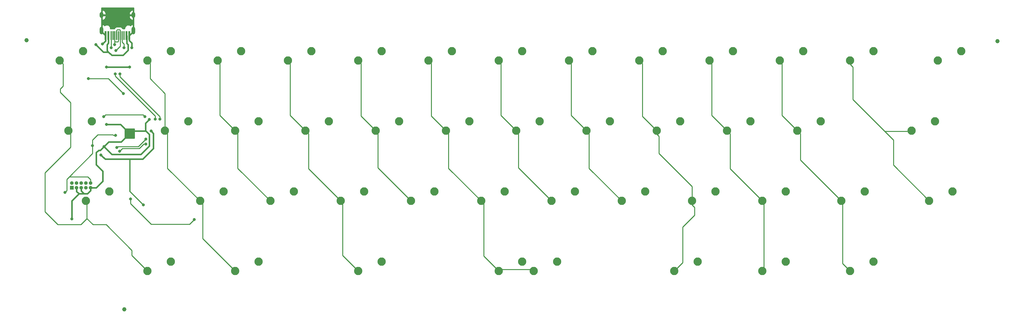
<source format=gtl>
G04 #@! TF.GenerationSoftware,KiCad,Pcbnew,(5.1.4-0-10_14)*
G04 #@! TF.CreationDate,2020-05-16T01:02:51+09:00*
G04 #@! TF.ProjectId,chavdai40,63686176-6461-4693-9430-2e6b69636164,rev?*
G04 #@! TF.SameCoordinates,Original*
G04 #@! TF.FileFunction,Copper,L1,Top*
G04 #@! TF.FilePolarity,Positive*
%FSLAX46Y46*%
G04 Gerber Fmt 4.6, Leading zero omitted, Abs format (unit mm)*
G04 Created by KiCad (PCBNEW (5.1.4-0-10_14)) date 2020-05-16 01:02:51*
%MOMM*%
%LPD*%
G04 APERTURE LIST*
%ADD10C,1.153000*%
%ADD11C,2.250000*%
%ADD12O,1.000000X1.600000*%
%ADD13O,1.000000X2.100000*%
%ADD14R,0.300000X2.450000*%
%ADD15R,0.600000X2.450000*%
%ADD16R,1.000000X1.000000*%
%ADD17O,1.000000X1.000000*%
%ADD18C,0.800000*%
%ADD19C,0.381000*%
%ADD20C,0.304800*%
%ADD21C,0.254000*%
G04 APERTURE END LIST*
D10*
X48006000Y-94488000D03*
X284734000Y-21717000D03*
X21463000Y-21463000D03*
D11*
X87566500Y-65024000D03*
X93916500Y-62484000D03*
X155829000Y-81534000D03*
X149479000Y-84074000D03*
X165354000Y-81534000D03*
X159004000Y-84074000D03*
X117729000Y-81534000D03*
X111379000Y-84074000D03*
X43910250Y-62484000D03*
X37560250Y-65024000D03*
X32797750Y-45974000D03*
X39147750Y-43434000D03*
X30416500Y-26924000D03*
X36766500Y-24384000D03*
X58991500Y-45974000D03*
X65341500Y-43434000D03*
X261397750Y-45974000D03*
X267747750Y-43434000D03*
X116141500Y-45974000D03*
X122491500Y-43434000D03*
X92329000Y-26924000D03*
X98679000Y-24384000D03*
X73279000Y-26924000D03*
X79629000Y-24384000D03*
X244729000Y-26924000D03*
X251079000Y-24384000D03*
X197104000Y-84074000D03*
X203454000Y-81534000D03*
D12*
X41812750Y-14601500D03*
X50452750Y-14601500D03*
D13*
X41812750Y-18781500D03*
X50452750Y-18781500D03*
D14*
X46382750Y-20196500D03*
X45882750Y-20196500D03*
X45382750Y-20196500D03*
X46882750Y-20196500D03*
X44882750Y-20196500D03*
X47382750Y-20196500D03*
X44382750Y-20196500D03*
X47882750Y-20196500D03*
D15*
X48582750Y-20196500D03*
X43682750Y-20196500D03*
X49357750Y-20196500D03*
X42907750Y-20196500D03*
D11*
X244729000Y-84074000D03*
X251079000Y-81534000D03*
X220916500Y-84074000D03*
X227266500Y-81534000D03*
X78041500Y-84074000D03*
X84391500Y-81534000D03*
X54229000Y-84074000D03*
X60579000Y-81534000D03*
X266160250Y-65024000D03*
X272510250Y-62484000D03*
X242347750Y-65024000D03*
X248697750Y-62484000D03*
X220916500Y-65024000D03*
X227266500Y-62484000D03*
X201866500Y-65024000D03*
X208216500Y-62484000D03*
X182816500Y-65024000D03*
X189166500Y-62484000D03*
X163766500Y-65024000D03*
X170116500Y-62484000D03*
X144716500Y-65024000D03*
X151066500Y-62484000D03*
X125666500Y-65024000D03*
X132016500Y-62484000D03*
X106616500Y-65024000D03*
X112966500Y-62484000D03*
X68516500Y-65024000D03*
X74866500Y-62484000D03*
X230441500Y-45974000D03*
X236791500Y-43434000D03*
X211391500Y-45974000D03*
X217741500Y-43434000D03*
X192341500Y-45974000D03*
X198691500Y-43434000D03*
X173291500Y-45974000D03*
X179641500Y-43434000D03*
X154241500Y-45974000D03*
X160591500Y-43434000D03*
X135191500Y-45974000D03*
X141541500Y-43434000D03*
X97091500Y-45974000D03*
X103441500Y-43434000D03*
X78041500Y-45974000D03*
X84391500Y-43434000D03*
X268541500Y-26924000D03*
X274891500Y-24384000D03*
X225679000Y-26924000D03*
X232029000Y-24384000D03*
X206629000Y-26924000D03*
X212979000Y-24384000D03*
X187579000Y-26924000D03*
X193929000Y-24384000D03*
X168529000Y-26924000D03*
X174879000Y-24384000D03*
X149479000Y-26924000D03*
X155829000Y-24384000D03*
X130429000Y-26924000D03*
X136779000Y-24384000D03*
X111379000Y-26924000D03*
X117729000Y-24384000D03*
X54229000Y-26924000D03*
X60579000Y-24384000D03*
D16*
X33782000Y-61468000D03*
D17*
X33782000Y-60198000D03*
X35052000Y-61468000D03*
X35052000Y-60198000D03*
X36322000Y-61468000D03*
X36322000Y-60198000D03*
X37592000Y-61468000D03*
X37592000Y-60198000D03*
X38862000Y-61468000D03*
X38862000Y-60198000D03*
D18*
X48768000Y-47371000D03*
X50038000Y-47371000D03*
X50038000Y-46101000D03*
X33782000Y-69977000D03*
X43180000Y-28701992D03*
X49403000Y-28702000D03*
X50038000Y-23495000D03*
X42037000Y-22479000D03*
X54737000Y-42926000D03*
X42456000Y-50330000D03*
X48768000Y-46101000D03*
X43180000Y-44323000D03*
X55245000Y-46101000D03*
X41656000Y-52578000D03*
X53149500Y-66103500D03*
X45593000Y-47244000D03*
X31877000Y-62738000D03*
X39370000Y-50038000D03*
X38227000Y-31877000D03*
X47752000Y-35941000D03*
X53594000Y-42164000D03*
X42418000Y-42164000D03*
X49657000Y-64516000D03*
X66929000Y-70104000D03*
X45656500Y-24257000D03*
X45542200Y-30607000D03*
X56388000Y-42862500D03*
X46812200Y-30607000D03*
X45382750Y-22586250D03*
X45382750Y-22586250D03*
X57658000Y-42862500D03*
X53848000Y-49657000D03*
X46736000Y-51562000D03*
X45974000Y-50546000D03*
X53848000Y-48260000D03*
X47879000Y-23495000D03*
X44450000Y-23495000D03*
X40259000Y-22606000D03*
D19*
X35687000Y-63119000D02*
X35052000Y-62484000D01*
X37973000Y-63119000D02*
X35687000Y-63119000D01*
X38862000Y-62230000D02*
X37973000Y-63119000D01*
X35052000Y-62484000D02*
X35052000Y-61468000D01*
X38862000Y-61468000D02*
X38862000Y-62230000D01*
X43180000Y-28701992D02*
X49402992Y-28701992D01*
X49402992Y-28701992D02*
X49403000Y-28702000D01*
X50038000Y-22225000D02*
X50038000Y-23495000D01*
X49357750Y-21544750D02*
X50038000Y-22225000D01*
X49357750Y-20196500D02*
X49357750Y-21544750D01*
X42907750Y-21608250D02*
X42037000Y-22479000D01*
X42907750Y-20196500D02*
X42907750Y-21608250D01*
X53721000Y-43942000D02*
X54737000Y-42926000D01*
X53721000Y-45974000D02*
X53721000Y-43942000D01*
X44577000Y-52451000D02*
X52451000Y-52451000D01*
X52451000Y-52451000D02*
X54737000Y-50165000D01*
X42456000Y-50330000D02*
X44577000Y-52451000D01*
X54737000Y-50165000D02*
X54737000Y-46990000D01*
X54737000Y-46990000D02*
X53721000Y-45974000D01*
X36322000Y-62357000D02*
X36322000Y-61468000D01*
X37084000Y-63119000D02*
X36322000Y-62357000D01*
X41812750Y-19101500D02*
X42907750Y-20196500D01*
X41812750Y-18781500D02*
X41812750Y-19101500D01*
X50452750Y-19101500D02*
X49357750Y-20196500D01*
X50452750Y-18781500D02*
X50452750Y-19101500D01*
X53594000Y-46101000D02*
X50038000Y-46101000D01*
X53721000Y-45974000D02*
X53594000Y-46101000D01*
X46990000Y-44323000D02*
X48768000Y-46101000D01*
X43180000Y-44323000D02*
X46990000Y-44323000D01*
X48368001Y-47770999D02*
X48768000Y-47371000D01*
X47117000Y-49022000D02*
X48368001Y-47770999D01*
X43764000Y-49022000D02*
X47117000Y-49022000D01*
X42456000Y-50330000D02*
X43764000Y-49022000D01*
X33782000Y-65024000D02*
X35687000Y-63119000D01*
X33782000Y-69977000D02*
X33782000Y-65024000D01*
X41478000Y-51308000D02*
X42456000Y-50330000D01*
X42164000Y-59690000D02*
X42164000Y-57023000D01*
X40386000Y-55245000D02*
X40386000Y-51943000D01*
X40386000Y-51943000D02*
X41021000Y-51308000D01*
X40386000Y-61468000D02*
X42164000Y-59690000D01*
X42164000Y-57023000D02*
X40386000Y-55245000D01*
X41021000Y-51308000D02*
X41478000Y-51308000D01*
X38862000Y-61468000D02*
X40386000Y-61468000D01*
X55499000Y-46355000D02*
X55245000Y-46101000D01*
X55499000Y-46355000D02*
X55880000Y-46736000D01*
X55880000Y-46736000D02*
X55880000Y-50800000D01*
X55880000Y-50800000D02*
X52959000Y-53721000D01*
X42055999Y-52977999D02*
X42799000Y-53721000D01*
X41656000Y-52578000D02*
X42055999Y-52977999D01*
X52959000Y-53721000D02*
X49530000Y-53721000D01*
X49530000Y-53721000D02*
X42799000Y-53721000D01*
D20*
X49530000Y-53721000D02*
X49530000Y-62484000D01*
X49530000Y-62484000D02*
X52749501Y-65703501D01*
X52749501Y-65703501D02*
X53149500Y-66103500D01*
D21*
X39370000Y-52197000D02*
X33083500Y-58483500D01*
X40767000Y-47117000D02*
X39370000Y-48514000D01*
X44900315Y-47117000D02*
X40767000Y-47117000D01*
X45027315Y-47244000D02*
X44900315Y-47117000D01*
X45593000Y-47244000D02*
X45027315Y-47244000D01*
X38862000Y-59309000D02*
X38862000Y-60198000D01*
X38036500Y-58483500D02*
X38862000Y-59309000D01*
X33083500Y-58483500D02*
X38036500Y-58483500D01*
X39370000Y-48514000D02*
X39370000Y-50038000D01*
X39370000Y-50038000D02*
X39370000Y-52197000D01*
X32400000Y-62215000D02*
X31877000Y-62738000D01*
X32400000Y-59167000D02*
X32400000Y-62215000D01*
X33083500Y-58483500D02*
X32400000Y-59167000D01*
X47352001Y-35541001D02*
X47752000Y-35941000D01*
X43688000Y-31877000D02*
X47352001Y-35541001D01*
X38227000Y-31877000D02*
X43688000Y-31877000D01*
X42926000Y-41656000D02*
X42418000Y-42164000D01*
X53086000Y-41656000D02*
X42926000Y-41656000D01*
X53594000Y-42164000D02*
X53086000Y-41656000D01*
X65659000Y-71374000D02*
X66929000Y-70104000D01*
X49657000Y-65786000D02*
X55245000Y-71374000D01*
X55245000Y-71374000D02*
X65659000Y-71374000D01*
X49657000Y-64516000D02*
X49657000Y-65786000D01*
X46882750Y-18688750D02*
X46882750Y-20196500D01*
X46736000Y-18542000D02*
X46882750Y-18688750D01*
X45882750Y-18732898D02*
X46073648Y-18542000D01*
X46073648Y-18542000D02*
X46736000Y-18542000D01*
X45882750Y-20196500D02*
X45882750Y-18732898D01*
X46882750Y-20196500D02*
X46882750Y-22903750D01*
X46882750Y-22903750D02*
X46882750Y-23030750D01*
X46882750Y-23030750D02*
X45656500Y-24257000D01*
X45542200Y-31191200D02*
X45542200Y-30607000D01*
X56388000Y-42037000D02*
X45542200Y-31191200D01*
X56388000Y-42862500D02*
X56388000Y-42037000D01*
X45382750Y-21675500D02*
X45551250Y-21844000D01*
X45382750Y-20196500D02*
X45382750Y-21675500D01*
X45551250Y-21844000D02*
X46228000Y-21844000D01*
X46382750Y-21689250D02*
X46382750Y-20196500D01*
X46228000Y-21844000D02*
X46382750Y-21689250D01*
X45382750Y-21675500D02*
X45382750Y-22586250D01*
X46812200Y-31318200D02*
X46812200Y-30607000D01*
X57658000Y-42164000D02*
X46812200Y-31318200D01*
X57658000Y-42862500D02*
X57658000Y-42164000D01*
X53213000Y-49657000D02*
X53848000Y-49657000D01*
X52070000Y-50800000D02*
X53213000Y-49657000D01*
X47498000Y-50800000D02*
X52070000Y-50800000D01*
X46736000Y-51562000D02*
X47498000Y-50800000D01*
X52070000Y-50038000D02*
X53848000Y-48260000D01*
X51816000Y-50292000D02*
X52070000Y-50038000D01*
X46228000Y-50292000D02*
X51816000Y-50292000D01*
X45974000Y-50546000D02*
X46228000Y-50292000D01*
X37846000Y-65309750D02*
X37560250Y-65024000D01*
X37846000Y-69850000D02*
X37846000Y-65309750D01*
X31369000Y-33909000D02*
X31369000Y-27876500D01*
X30607000Y-34671000D02*
X31369000Y-33909000D01*
X33401000Y-45370750D02*
X33401000Y-38354000D01*
X30607000Y-35560000D02*
X30607000Y-34671000D01*
X31369000Y-27876500D02*
X30416500Y-26924000D01*
X33401000Y-38354000D02*
X30607000Y-35560000D01*
X32797750Y-45974000D02*
X33401000Y-45370750D01*
X39497000Y-71501000D02*
X37846000Y-69850000D01*
X43053000Y-71501000D02*
X39497000Y-71501000D01*
X50038000Y-78486000D02*
X43053000Y-71501000D01*
X50038000Y-79883000D02*
X50038000Y-78486000D01*
X54229000Y-84074000D02*
X50038000Y-79883000D01*
X36195000Y-71501000D02*
X37846000Y-69850000D01*
X29972000Y-71501000D02*
X36195000Y-71501000D01*
X26500000Y-57400000D02*
X26500000Y-68029000D01*
X32797750Y-45974000D02*
X33401000Y-46577250D01*
X33401000Y-50499000D02*
X26500000Y-57400000D01*
X33401000Y-46577250D02*
X33401000Y-50499000D01*
X26500000Y-68029000D02*
X29972000Y-71501000D01*
X69215000Y-75247500D02*
X78041500Y-84074000D01*
X69215000Y-65722500D02*
X69215000Y-75247500D01*
X68516500Y-65024000D02*
X69215000Y-65722500D01*
X59690000Y-56197500D02*
X68516500Y-65024000D01*
X59690000Y-46672500D02*
X59690000Y-56197500D01*
X58991500Y-45974000D02*
X59690000Y-46672500D01*
X58991500Y-35877500D02*
X58991500Y-45974000D01*
X54991000Y-31877000D02*
X58991500Y-35877500D01*
X54991000Y-27686000D02*
X54991000Y-31877000D01*
X54229000Y-26924000D02*
X54991000Y-27686000D01*
X78740000Y-56197500D02*
X87566500Y-65024000D01*
X78740000Y-46672500D02*
X78740000Y-56197500D01*
X78041500Y-45974000D02*
X78740000Y-46672500D01*
X73914000Y-41846500D02*
X78041500Y-45974000D01*
X73914000Y-27559000D02*
X73914000Y-41846500D01*
X73279000Y-26924000D02*
X73914000Y-27559000D01*
X92964000Y-41846500D02*
X97091500Y-45974000D01*
X92964000Y-27559000D02*
X92964000Y-41846500D01*
X92329000Y-26924000D02*
X92964000Y-27559000D01*
X97917000Y-56324500D02*
X106616500Y-65024000D01*
X97917000Y-46799500D02*
X97917000Y-56324500D01*
X97091500Y-45974000D02*
X97917000Y-46799500D01*
X107188000Y-79883000D02*
X111379000Y-84074000D01*
X107188000Y-65595500D02*
X107188000Y-79883000D01*
X106616500Y-65024000D02*
X107188000Y-65595500D01*
X112141000Y-41973500D02*
X116141500Y-45974000D01*
X112141000Y-27686000D02*
X112141000Y-41973500D01*
X111379000Y-26924000D02*
X112141000Y-27686000D01*
X116713000Y-56070500D02*
X125666500Y-65024000D01*
X116713000Y-46545500D02*
X116713000Y-56070500D01*
X116141500Y-45974000D02*
X116713000Y-46545500D01*
X158623000Y-83693000D02*
X159004000Y-84074000D01*
X149860000Y-83693000D02*
X158623000Y-83693000D01*
X149479000Y-84074000D02*
X149860000Y-83693000D01*
X145415000Y-65722500D02*
X144716500Y-65024000D01*
X145415000Y-80010000D02*
X145415000Y-65722500D01*
X149479000Y-84074000D02*
X145415000Y-80010000D01*
X135890000Y-46672500D02*
X135191500Y-45974000D01*
X135890000Y-56197500D02*
X135890000Y-46672500D01*
X144716500Y-65024000D02*
X135890000Y-56197500D01*
X131191000Y-41973500D02*
X135191500Y-45974000D01*
X131191000Y-27686000D02*
X131191000Y-41973500D01*
X130429000Y-26924000D02*
X131191000Y-27686000D01*
X154813000Y-46545500D02*
X154241500Y-45974000D01*
X154813000Y-56070500D02*
X154813000Y-46545500D01*
X163766500Y-65024000D02*
X154813000Y-56070500D01*
X150114000Y-27559000D02*
X149479000Y-26924000D01*
X150114000Y-41846500D02*
X150114000Y-27559000D01*
X154241500Y-45974000D02*
X150114000Y-41846500D01*
X169164000Y-41846500D02*
X173291500Y-45974000D01*
X169164000Y-27559000D02*
X169164000Y-41846500D01*
X168529000Y-26924000D02*
X169164000Y-27559000D01*
X173990000Y-56197500D02*
X182816500Y-65024000D01*
X173990000Y-46672500D02*
X173990000Y-56197500D01*
X173291500Y-45974000D02*
X173990000Y-46672500D01*
X201866500Y-66103500D02*
X201866500Y-65024000D01*
X202565000Y-66802000D02*
X201866500Y-66103500D01*
X199394499Y-72131501D02*
X202565000Y-68961000D01*
X199394499Y-81783501D02*
X199394499Y-72131501D01*
X202565000Y-68961000D02*
X202565000Y-66802000D01*
X197104000Y-84074000D02*
X199394499Y-81783501D01*
X192341500Y-46926500D02*
X192341500Y-45974000D01*
X192913000Y-52197000D02*
X192913000Y-47498000D01*
X201866500Y-61150500D02*
X192913000Y-52197000D01*
X192913000Y-47498000D02*
X192341500Y-46926500D01*
X201866500Y-65024000D02*
X201866500Y-61150500D01*
X188468000Y-27813000D02*
X187579000Y-26924000D01*
X188468000Y-42100500D02*
X188468000Y-27813000D01*
X192341500Y-45974000D02*
X188468000Y-42100500D01*
X207264000Y-41846500D02*
X211391500Y-45974000D01*
X207264000Y-27559000D02*
X207264000Y-41846500D01*
X206629000Y-26924000D02*
X207264000Y-27559000D01*
X212217000Y-56324500D02*
X220916500Y-65024000D01*
X212217000Y-46799500D02*
X212217000Y-56324500D01*
X211391500Y-45974000D02*
X212217000Y-46799500D01*
X221361000Y-83629500D02*
X220916500Y-84074000D01*
X221361000Y-65468500D02*
X221361000Y-83629500D01*
X220916500Y-65024000D02*
X221361000Y-65468500D01*
X242697000Y-65373250D02*
X242697000Y-82042000D01*
X242697000Y-82042000D02*
X244729000Y-84074000D01*
X242347750Y-65024000D02*
X242697000Y-65373250D01*
X231267000Y-46799500D02*
X230441500Y-45974000D01*
X231267000Y-53943250D02*
X231267000Y-46799500D01*
X242347750Y-65024000D02*
X231267000Y-53943250D01*
X226314000Y-27559000D02*
X225679000Y-26924000D01*
X226314000Y-41846500D02*
X226314000Y-27559000D01*
X230441500Y-45974000D02*
X226314000Y-41846500D01*
X261239000Y-46132750D02*
X261397750Y-45974000D01*
X254095250Y-46132750D02*
X261239000Y-46132750D01*
X256476500Y-55340250D02*
X266160250Y-65024000D01*
X256476500Y-48514000D02*
X256476500Y-55340250D01*
X254095250Y-46132750D02*
X256476500Y-48514000D01*
X245491000Y-37528500D02*
X254095250Y-46132750D01*
X245491000Y-28702000D02*
X245491000Y-37528500D01*
X244856000Y-28067000D02*
X245491000Y-28702000D01*
X244856000Y-27051000D02*
X244856000Y-28067000D01*
X244729000Y-26924000D02*
X244856000Y-27051000D01*
X47879000Y-22479000D02*
X47879000Y-23495000D01*
X47382750Y-21982750D02*
X47879000Y-22479000D01*
X47382750Y-20196500D02*
X47382750Y-21982750D01*
X44382750Y-20196500D02*
X44382750Y-23427750D01*
X44382750Y-23427750D02*
X44450000Y-23495000D01*
D19*
X42291000Y-24638000D02*
X40259000Y-22606000D01*
X43677500Y-24638000D02*
X42291000Y-24638000D01*
X43682750Y-24632750D02*
X43677500Y-24638000D01*
X43307000Y-22606000D02*
X43307000Y-24257000D01*
X43307000Y-24257000D02*
X43682750Y-24632750D01*
X43682750Y-22230250D02*
X43307000Y-22606000D01*
X43682750Y-20196500D02*
X43682750Y-22230250D01*
X48667249Y-22251249D02*
X48667249Y-20280999D01*
X49022000Y-24130000D02*
X49022000Y-22606000D01*
X47625000Y-25527000D02*
X49022000Y-24130000D01*
X49022000Y-22606000D02*
X48667249Y-22251249D01*
X44577000Y-25527000D02*
X47625000Y-25527000D01*
X48667249Y-20280999D02*
X48582750Y-20196500D01*
X43682750Y-24632750D02*
X44577000Y-25527000D01*
D21*
G36*
X50546000Y-18928500D02*
G01*
X50325750Y-18928500D01*
X50325750Y-18908500D01*
X50305750Y-18908500D01*
X50305750Y-18654500D01*
X50325750Y-18654500D01*
X50325750Y-17263546D01*
X50150876Y-17137381D01*
X49927774Y-17217224D01*
X49739986Y-17339131D01*
X49595634Y-17479706D01*
X49477481Y-17400759D01*
X49302772Y-17328392D01*
X49117302Y-17291500D01*
X48928198Y-17291500D01*
X48742728Y-17328392D01*
X48568019Y-17400759D01*
X48410786Y-17505819D01*
X48277069Y-17639536D01*
X48172009Y-17796769D01*
X48099642Y-17971478D01*
X48062750Y-18156948D01*
X48062750Y-18336383D01*
X48032750Y-18333428D01*
X47732750Y-18333428D01*
X47632750Y-18343277D01*
X47558187Y-18335933D01*
X47519395Y-18263358D01*
X47424172Y-18147328D01*
X47395097Y-18123467D01*
X47301284Y-18029654D01*
X47277422Y-18000578D01*
X47161392Y-17905355D01*
X47029015Y-17834598D01*
X46885378Y-17791026D01*
X46773426Y-17780000D01*
X46773423Y-17780000D01*
X46736000Y-17776314D01*
X46698577Y-17780000D01*
X46111071Y-17780000D01*
X46073648Y-17776314D01*
X46036225Y-17780000D01*
X46036222Y-17780000D01*
X45924270Y-17791026D01*
X45780633Y-17834598D01*
X45648256Y-17905355D01*
X45532226Y-18000578D01*
X45508361Y-18029658D01*
X45370400Y-18167618D01*
X45341329Y-18191476D01*
X45317472Y-18220546D01*
X45317471Y-18220547D01*
X45246105Y-18307506D01*
X45232222Y-18333480D01*
X45132750Y-18343277D01*
X45032750Y-18333428D01*
X44732750Y-18333428D01*
X44632750Y-18343277D01*
X44532750Y-18333428D01*
X44232750Y-18333428D01*
X44202750Y-18336383D01*
X44202750Y-18156948D01*
X44165858Y-17971478D01*
X44093491Y-17796769D01*
X43988431Y-17639536D01*
X43854714Y-17505819D01*
X43697481Y-17400759D01*
X43522772Y-17328392D01*
X43337302Y-17291500D01*
X43148198Y-17291500D01*
X42962728Y-17328392D01*
X42788019Y-17400759D01*
X42669866Y-17479706D01*
X42525514Y-17339131D01*
X42337726Y-17217224D01*
X42114624Y-17137381D01*
X41939750Y-17263546D01*
X41939750Y-18654500D01*
X41959750Y-18654500D01*
X41959750Y-18908500D01*
X41939750Y-18908500D01*
X41939750Y-18928500D01*
X41783000Y-18928500D01*
X41783000Y-14728500D01*
X41939750Y-14728500D01*
X41939750Y-15869454D01*
X42114624Y-15995619D01*
X42337726Y-15915776D01*
X42525514Y-15793869D01*
X42685911Y-15637669D01*
X42812753Y-15453178D01*
X42901165Y-15247487D01*
X42947750Y-15028500D01*
X42947750Y-14728500D01*
X49317750Y-14728500D01*
X49317750Y-15028500D01*
X49364335Y-15247487D01*
X49452747Y-15453178D01*
X49579589Y-15637669D01*
X49739986Y-15793869D01*
X49927774Y-15915776D01*
X50150876Y-15995619D01*
X50325750Y-15869454D01*
X50325750Y-14728500D01*
X49317750Y-14728500D01*
X42947750Y-14728500D01*
X41939750Y-14728500D01*
X41783000Y-14728500D01*
X41783000Y-13333546D01*
X41939750Y-13333546D01*
X41939750Y-14474500D01*
X42947750Y-14474500D01*
X42947750Y-14174500D01*
X49317750Y-14174500D01*
X49317750Y-14474500D01*
X50325750Y-14474500D01*
X50325750Y-13333546D01*
X50150876Y-13207381D01*
X49927774Y-13287224D01*
X49739986Y-13409131D01*
X49579589Y-13565331D01*
X49452747Y-13749822D01*
X49364335Y-13955513D01*
X49317750Y-14174500D01*
X42947750Y-14174500D01*
X42901165Y-13955513D01*
X42812753Y-13749822D01*
X42685911Y-13565331D01*
X42525514Y-13409131D01*
X42337726Y-13287224D01*
X42114624Y-13207381D01*
X41939750Y-13333546D01*
X41783000Y-13333546D01*
X41783000Y-12661363D01*
X50546000Y-12661315D01*
X50546000Y-18928500D01*
X50546000Y-18928500D01*
G37*
X50546000Y-18928500D02*
X50325750Y-18928500D01*
X50325750Y-18908500D01*
X50305750Y-18908500D01*
X50305750Y-18654500D01*
X50325750Y-18654500D01*
X50325750Y-17263546D01*
X50150876Y-17137381D01*
X49927774Y-17217224D01*
X49739986Y-17339131D01*
X49595634Y-17479706D01*
X49477481Y-17400759D01*
X49302772Y-17328392D01*
X49117302Y-17291500D01*
X48928198Y-17291500D01*
X48742728Y-17328392D01*
X48568019Y-17400759D01*
X48410786Y-17505819D01*
X48277069Y-17639536D01*
X48172009Y-17796769D01*
X48099642Y-17971478D01*
X48062750Y-18156948D01*
X48062750Y-18336383D01*
X48032750Y-18333428D01*
X47732750Y-18333428D01*
X47632750Y-18343277D01*
X47558187Y-18335933D01*
X47519395Y-18263358D01*
X47424172Y-18147328D01*
X47395097Y-18123467D01*
X47301284Y-18029654D01*
X47277422Y-18000578D01*
X47161392Y-17905355D01*
X47029015Y-17834598D01*
X46885378Y-17791026D01*
X46773426Y-17780000D01*
X46773423Y-17780000D01*
X46736000Y-17776314D01*
X46698577Y-17780000D01*
X46111071Y-17780000D01*
X46073648Y-17776314D01*
X46036225Y-17780000D01*
X46036222Y-17780000D01*
X45924270Y-17791026D01*
X45780633Y-17834598D01*
X45648256Y-17905355D01*
X45532226Y-18000578D01*
X45508361Y-18029658D01*
X45370400Y-18167618D01*
X45341329Y-18191476D01*
X45317472Y-18220546D01*
X45317471Y-18220547D01*
X45246105Y-18307506D01*
X45232222Y-18333480D01*
X45132750Y-18343277D01*
X45032750Y-18333428D01*
X44732750Y-18333428D01*
X44632750Y-18343277D01*
X44532750Y-18333428D01*
X44232750Y-18333428D01*
X44202750Y-18336383D01*
X44202750Y-18156948D01*
X44165858Y-17971478D01*
X44093491Y-17796769D01*
X43988431Y-17639536D01*
X43854714Y-17505819D01*
X43697481Y-17400759D01*
X43522772Y-17328392D01*
X43337302Y-17291500D01*
X43148198Y-17291500D01*
X42962728Y-17328392D01*
X42788019Y-17400759D01*
X42669866Y-17479706D01*
X42525514Y-17339131D01*
X42337726Y-17217224D01*
X42114624Y-17137381D01*
X41939750Y-17263546D01*
X41939750Y-18654500D01*
X41959750Y-18654500D01*
X41959750Y-18908500D01*
X41939750Y-18908500D01*
X41939750Y-18928500D01*
X41783000Y-18928500D01*
X41783000Y-14728500D01*
X41939750Y-14728500D01*
X41939750Y-15869454D01*
X42114624Y-15995619D01*
X42337726Y-15915776D01*
X42525514Y-15793869D01*
X42685911Y-15637669D01*
X42812753Y-15453178D01*
X42901165Y-15247487D01*
X42947750Y-15028500D01*
X42947750Y-14728500D01*
X49317750Y-14728500D01*
X49317750Y-15028500D01*
X49364335Y-15247487D01*
X49452747Y-15453178D01*
X49579589Y-15637669D01*
X49739986Y-15793869D01*
X49927774Y-15915776D01*
X50150876Y-15995619D01*
X50325750Y-15869454D01*
X50325750Y-14728500D01*
X49317750Y-14728500D01*
X42947750Y-14728500D01*
X41939750Y-14728500D01*
X41783000Y-14728500D01*
X41783000Y-13333546D01*
X41939750Y-13333546D01*
X41939750Y-14474500D01*
X42947750Y-14474500D01*
X42947750Y-14174500D01*
X49317750Y-14174500D01*
X49317750Y-14474500D01*
X50325750Y-14474500D01*
X50325750Y-13333546D01*
X50150876Y-13207381D01*
X49927774Y-13287224D01*
X49739986Y-13409131D01*
X49579589Y-13565331D01*
X49452747Y-13749822D01*
X49364335Y-13955513D01*
X49317750Y-14174500D01*
X42947750Y-14174500D01*
X42901165Y-13955513D01*
X42812753Y-13749822D01*
X42685911Y-13565331D01*
X42525514Y-13409131D01*
X42337726Y-13287224D01*
X42114624Y-13207381D01*
X41939750Y-13333546D01*
X41783000Y-13333546D01*
X41783000Y-12661363D01*
X50546000Y-12661315D01*
X50546000Y-18928500D01*
G36*
X50673000Y-48006000D02*
G01*
X48133000Y-48006000D01*
X48133000Y-45466000D01*
X50673000Y-45466000D01*
X50673000Y-48006000D01*
X50673000Y-48006000D01*
G37*
X50673000Y-48006000D02*
X48133000Y-48006000D01*
X48133000Y-45466000D01*
X50673000Y-45466000D01*
X50673000Y-48006000D01*
M02*

</source>
